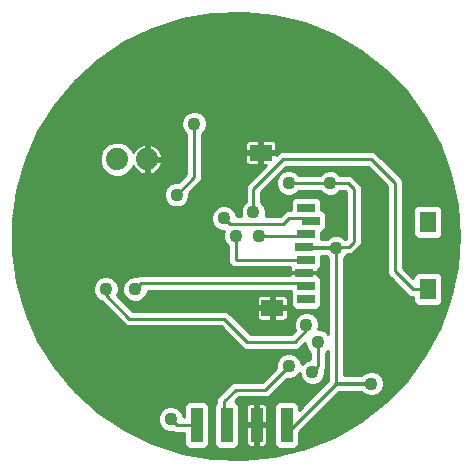
<source format=gbl>
G75*
G70*
%OFA0B0*%
%FSLAX24Y24*%
%IPPOS*%
%LPD*%
%AMOC8*
5,1,8,0,0,1.08239X$1,22.5*
%
%ADD10R,0.0551X0.0709*%
%ADD11R,0.0748X0.0551*%
%ADD12R,0.0591X0.0315*%
%ADD13R,0.0394X0.1181*%
%ADD14C,0.0740*%
%ADD15C,0.0436*%
%ADD16C,0.0100*%
%ADD17C,0.0120*%
D10*
X014235Y009479D03*
X014235Y011723D03*
D11*
X009057Y008849D03*
X008664Y014027D03*
D12*
X010180Y012192D03*
X010337Y011759D03*
X010180Y011326D03*
X010101Y010893D03*
X010180Y010460D03*
X010101Y010027D03*
X010180Y009594D03*
X010180Y009160D03*
D13*
X009530Y004948D03*
X008530Y004948D03*
X007530Y004948D03*
X006530Y004948D03*
D14*
X004880Y013806D03*
X003880Y013806D03*
D15*
X005471Y015381D03*
X006455Y014987D03*
X005865Y012625D03*
X007439Y011838D03*
X007833Y011247D03*
X008620Y011247D03*
X008424Y012034D03*
X009605Y013019D03*
X010983Y013019D03*
X011180Y012231D03*
X011180Y010853D03*
X012065Y010361D03*
X010195Y008294D03*
X010589Y007704D03*
X010392Y006719D03*
X009802Y006129D03*
X009605Y006916D03*
X008620Y007113D03*
X011376Y005342D03*
X012361Y006326D03*
X014526Y010656D03*
X010392Y017153D03*
X004683Y010656D03*
X004487Y009475D03*
X003502Y009475D03*
X001534Y008491D03*
X001337Y011050D03*
X001534Y013806D03*
X003502Y016562D03*
X003109Y005932D03*
X005668Y005145D03*
D16*
X005285Y004949D02*
X003885Y004949D01*
X004031Y004850D02*
X005357Y004850D01*
X005305Y004902D02*
X005425Y004782D01*
X005583Y004717D01*
X005743Y004717D01*
X005813Y004688D01*
X006123Y004688D01*
X006123Y004270D01*
X006246Y004147D01*
X006814Y004147D01*
X006937Y004270D01*
X006937Y005625D01*
X006814Y005748D01*
X006246Y005748D01*
X006123Y005625D01*
X006123Y005208D01*
X006096Y005208D01*
X006096Y005230D01*
X006031Y005387D01*
X005910Y005508D01*
X005753Y005573D01*
X005583Y005573D01*
X005425Y005508D01*
X005305Y005387D01*
X005240Y005230D01*
X005240Y005060D01*
X005305Y004902D01*
X005245Y005047D02*
X003739Y005047D01*
X003593Y005146D02*
X005240Y005146D01*
X005246Y005244D02*
X003447Y005244D01*
X003301Y005343D02*
X005286Y005343D01*
X005359Y005441D02*
X003178Y005441D01*
X003248Y005378D02*
X002476Y006074D01*
X001808Y006870D01*
X001257Y007751D01*
X000835Y008700D01*
X000548Y009699D01*
X000404Y010728D01*
X000404Y011767D01*
X000548Y012795D01*
X000835Y013794D01*
X001257Y014743D01*
X001808Y015625D01*
X002476Y016421D01*
X003248Y017116D01*
X004109Y017697D01*
X005043Y018152D01*
X006031Y018473D01*
X007055Y018654D01*
X008047Y018688D01*
X008110Y018688D01*
X009126Y018581D01*
X010134Y018330D01*
X011098Y017941D01*
X011998Y017421D01*
X012816Y016782D01*
X013538Y016034D01*
X014149Y015194D01*
X014637Y014276D01*
X014992Y013300D01*
X015208Y012284D01*
X015281Y011247D01*
X015208Y010211D01*
X014992Y009194D01*
X014637Y008218D01*
X014149Y007300D01*
X013538Y006460D01*
X012816Y005712D01*
X011998Y005073D01*
X011098Y004553D01*
X010134Y004164D01*
X009126Y003913D01*
X008093Y003804D01*
X007055Y003840D01*
X006031Y004021D01*
X005043Y004342D01*
X004109Y004797D01*
X003248Y005378D01*
X003069Y005540D02*
X005503Y005540D01*
X005832Y005540D02*
X006123Y005540D01*
X006123Y005441D02*
X005976Y005441D01*
X006049Y005343D02*
X006123Y005343D01*
X006123Y005244D02*
X006090Y005244D01*
X005865Y004948D02*
X006530Y004948D01*
X006455Y005023D01*
X006123Y004653D02*
X004404Y004653D01*
X004606Y004555D02*
X006123Y004555D01*
X006123Y004456D02*
X004808Y004456D01*
X005010Y004358D02*
X006123Y004358D01*
X006134Y004259D02*
X005297Y004259D01*
X005600Y004161D02*
X006232Y004161D01*
X006354Y003964D02*
X009332Y003964D01*
X009246Y004147D02*
X009814Y004147D01*
X009937Y004270D01*
X009937Y004715D01*
X011277Y006056D01*
X012025Y006056D01*
X012118Y005963D01*
X012275Y005898D01*
X012446Y005898D01*
X012603Y005963D01*
X012724Y006083D01*
X012789Y006241D01*
X012789Y006411D01*
X012724Y006568D01*
X012603Y006689D01*
X012446Y006754D01*
X012275Y006754D01*
X012118Y006689D01*
X012025Y006596D01*
X011440Y006596D01*
X011440Y010508D01*
X011542Y010611D01*
X011552Y010633D01*
X011664Y010633D01*
X011760Y010672D01*
X011917Y010830D01*
X011990Y010903D01*
X012030Y010998D01*
X012030Y012874D01*
X011990Y012969D01*
X011794Y013166D01*
X011721Y013239D01*
X011625Y013279D01*
X011328Y013279D01*
X011225Y013382D01*
X011068Y013447D01*
X010898Y013447D01*
X010740Y013382D01*
X010637Y013279D01*
X009950Y013279D01*
X009847Y013382D01*
X009690Y013447D01*
X009520Y013447D01*
X009362Y013382D01*
X009242Y013261D01*
X009177Y013104D01*
X009177Y012934D01*
X009242Y012776D01*
X009362Y012656D01*
X009520Y012591D01*
X009690Y012591D01*
X009847Y012656D01*
X009950Y012759D01*
X010637Y012759D01*
X010740Y012656D01*
X010898Y012591D01*
X011068Y012591D01*
X011225Y012656D01*
X011328Y012759D01*
X011466Y012759D01*
X011510Y012714D01*
X011510Y011158D01*
X011505Y011153D01*
X011486Y011153D01*
X011422Y011216D01*
X011265Y011281D01*
X011094Y011281D01*
X010937Y011216D01*
X010873Y011153D01*
X010685Y011153D01*
X010685Y011391D01*
X010719Y011391D01*
X010842Y011514D01*
X010842Y012003D01*
X010719Y012126D01*
X010685Y012126D01*
X010685Y012436D01*
X010562Y012559D01*
X009797Y012559D01*
X009674Y012436D01*
X009674Y012098D01*
X009553Y012098D01*
X009457Y012058D01*
X009384Y011985D01*
X009300Y011901D01*
X008832Y011901D01*
X008852Y011949D01*
X008852Y012120D01*
X008787Y012277D01*
X008684Y012380D01*
X008684Y012714D01*
X009516Y013546D01*
X012253Y013546D01*
X012888Y012911D01*
X012888Y010014D01*
X012928Y009919D01*
X013001Y009846D01*
X013587Y009259D01*
X013683Y009219D01*
X013749Y009219D01*
X013749Y009038D01*
X013872Y008915D01*
X014597Y008915D01*
X014720Y009038D01*
X014720Y009921D01*
X014597Y010044D01*
X013872Y010044D01*
X013749Y009921D01*
X013749Y009833D01*
X013408Y010174D01*
X013408Y013070D01*
X013368Y013166D01*
X012581Y013953D01*
X012508Y014027D01*
X012412Y014066D01*
X009356Y014066D01*
X009261Y014027D01*
X009188Y013954D01*
X009188Y013977D01*
X008714Y013977D01*
X008714Y014077D01*
X008614Y014077D01*
X008614Y014452D01*
X008270Y014452D01*
X008232Y014442D01*
X008198Y014422D01*
X008170Y014394D01*
X008150Y014360D01*
X008140Y014322D01*
X008140Y014077D01*
X008614Y014077D01*
X008614Y013977D01*
X008140Y013977D01*
X008140Y013731D01*
X008150Y013693D01*
X008170Y013659D01*
X008198Y013631D01*
X008232Y013611D01*
X008270Y013601D01*
X008614Y013601D01*
X008614Y013977D01*
X008714Y013977D01*
X008714Y013601D01*
X008835Y013601D01*
X008276Y013042D01*
X008203Y012969D01*
X008164Y012874D01*
X008164Y012380D01*
X008061Y012277D01*
X007996Y012120D01*
X007996Y011949D01*
X008016Y011901D01*
X007867Y011901D01*
X007867Y011923D01*
X007802Y012080D01*
X007682Y012201D01*
X007525Y012266D01*
X007354Y012266D01*
X007197Y012201D01*
X007076Y012080D01*
X007011Y011923D01*
X007011Y011752D01*
X007076Y011595D01*
X007197Y011475D01*
X007354Y011409D01*
X007437Y011409D01*
X007405Y011332D01*
X007405Y011162D01*
X007470Y011005D01*
X007573Y010902D01*
X007573Y010408D01*
X007613Y010312D01*
X007686Y010239D01*
X007781Y010200D01*
X009656Y010200D01*
X009656Y010055D01*
X010072Y010055D01*
X010072Y009998D01*
X009656Y009998D01*
X009656Y009932D01*
X004632Y009932D01*
X004562Y009904D01*
X004401Y009904D01*
X004244Y009838D01*
X004124Y009718D01*
X004059Y009561D01*
X004059Y009390D01*
X004124Y009233D01*
X004244Y009112D01*
X004401Y009047D01*
X004572Y009047D01*
X004729Y009112D01*
X004850Y009233D01*
X004915Y009390D01*
X004915Y009412D01*
X009674Y009412D01*
X009674Y008916D01*
X009797Y008793D01*
X010562Y008793D01*
X010685Y008916D01*
X010685Y009838D01*
X010562Y009961D01*
X010546Y009961D01*
X010546Y009998D01*
X010130Y009998D01*
X010130Y010055D01*
X010546Y010055D01*
X010546Y010092D01*
X010562Y010092D01*
X010685Y010215D01*
X010685Y010593D01*
X010834Y010593D01*
X010920Y010508D01*
X010920Y007979D01*
X010831Y008067D01*
X010674Y008132D01*
X010591Y008132D01*
X010623Y008209D01*
X010623Y008379D01*
X010558Y008537D01*
X010438Y008657D01*
X010280Y008722D01*
X010110Y008722D01*
X009953Y008657D01*
X009832Y008537D01*
X009767Y008379D01*
X009767Y008209D01*
X009818Y008087D01*
X009694Y007964D01*
X008334Y007964D01*
X007587Y008712D01*
X007491Y008751D01*
X004397Y008751D01*
X003880Y009269D01*
X003930Y009390D01*
X003930Y009561D01*
X003865Y009718D01*
X003745Y009838D01*
X003588Y009904D01*
X003417Y009904D01*
X003260Y009838D01*
X003139Y009718D01*
X003074Y009561D01*
X003074Y009390D01*
X003139Y009233D01*
X003260Y009112D01*
X003330Y009084D01*
X004069Y008344D01*
X004142Y008271D01*
X004238Y008231D01*
X007332Y008231D01*
X008079Y007483D01*
X008175Y007444D01*
X009853Y007444D01*
X009949Y007483D01*
X010022Y007556D01*
X010022Y007556D01*
X010161Y007695D01*
X010161Y007619D01*
X010226Y007461D01*
X010329Y007358D01*
X010329Y007148D01*
X010307Y007148D01*
X010150Y007082D01*
X010033Y006966D01*
X010033Y007001D01*
X009968Y007159D01*
X009847Y007279D01*
X009690Y007344D01*
X009520Y007344D01*
X009362Y007279D01*
X009242Y007159D01*
X009177Y007001D01*
X009177Y006856D01*
X008710Y006389D01*
X007781Y006389D01*
X007686Y006349D01*
X007292Y005956D01*
X007219Y005883D01*
X007179Y005787D01*
X007179Y005682D01*
X007123Y005625D01*
X007123Y004270D01*
X007246Y004147D01*
X007814Y004147D01*
X007937Y004270D01*
X007937Y005625D01*
X007817Y005745D01*
X007941Y005869D01*
X008869Y005869D01*
X008965Y005909D01*
X009038Y005982D01*
X009544Y006488D01*
X009690Y006488D01*
X009847Y006553D01*
X009964Y006670D01*
X009964Y006634D01*
X010029Y006477D01*
X010150Y006357D01*
X010307Y006291D01*
X010477Y006291D01*
X010635Y006357D01*
X010755Y006477D01*
X010820Y006634D01*
X010820Y006795D01*
X010849Y006865D01*
X010849Y007358D01*
X010920Y007429D01*
X010920Y006433D01*
X009937Y005451D01*
X009937Y005625D01*
X009814Y005748D01*
X009246Y005748D01*
X009123Y005625D01*
X009123Y004270D01*
X009246Y004147D01*
X009232Y004161D02*
X007827Y004161D01*
X007926Y004259D02*
X008219Y004259D01*
X008213Y004265D02*
X008241Y004237D01*
X008275Y004218D01*
X008313Y004207D01*
X008481Y004207D01*
X008481Y004899D01*
X008578Y004899D01*
X008578Y004207D01*
X008747Y004207D01*
X008785Y004218D01*
X008819Y004237D01*
X008847Y004265D01*
X008867Y004299D01*
X008877Y004338D01*
X008877Y004899D01*
X008578Y004899D01*
X008578Y004996D01*
X008481Y004996D01*
X008481Y004899D01*
X008183Y004899D01*
X008183Y004338D01*
X008193Y004299D01*
X008213Y004265D01*
X008183Y004358D02*
X007937Y004358D01*
X007937Y004456D02*
X008183Y004456D01*
X008183Y004555D02*
X007937Y004555D01*
X007937Y004653D02*
X008183Y004653D01*
X008183Y004752D02*
X007937Y004752D01*
X007937Y004850D02*
X008183Y004850D01*
X008183Y004996D02*
X008183Y005558D01*
X008193Y005596D01*
X008213Y005630D01*
X008241Y005658D01*
X008275Y005678D01*
X008313Y005688D01*
X008481Y005688D01*
X008481Y004996D01*
X008183Y004996D01*
X008183Y005047D02*
X007937Y005047D01*
X007937Y004949D02*
X008481Y004949D01*
X008578Y004949D02*
X009123Y004949D01*
X009123Y005047D02*
X008877Y005047D01*
X008877Y004996D02*
X008877Y005558D01*
X008867Y005596D01*
X008847Y005630D01*
X008819Y005658D01*
X008785Y005678D01*
X008747Y005688D01*
X008578Y005688D01*
X008578Y004996D01*
X008877Y004996D01*
X008877Y004850D02*
X009123Y004850D01*
X009123Y004752D02*
X008877Y004752D01*
X008877Y004653D02*
X009123Y004653D01*
X009123Y004555D02*
X008877Y004555D01*
X008877Y004456D02*
X009123Y004456D01*
X009123Y004358D02*
X008877Y004358D01*
X008841Y004259D02*
X009134Y004259D01*
X008676Y003865D02*
X006913Y003865D01*
X006827Y004161D02*
X007232Y004161D01*
X007134Y004259D02*
X006926Y004259D01*
X006937Y004358D02*
X007123Y004358D01*
X007123Y004456D02*
X006937Y004456D01*
X006937Y004555D02*
X007123Y004555D01*
X007123Y004653D02*
X006937Y004653D01*
X006937Y004752D02*
X007123Y004752D01*
X007123Y004850D02*
X006937Y004850D01*
X006937Y004949D02*
X007123Y004949D01*
X007123Y005047D02*
X006937Y005047D01*
X006937Y005146D02*
X007123Y005146D01*
X007123Y005244D02*
X006937Y005244D01*
X006937Y005343D02*
X007123Y005343D01*
X007123Y005441D02*
X006937Y005441D01*
X006937Y005540D02*
X007123Y005540D01*
X007136Y005638D02*
X006924Y005638D01*
X006825Y005737D02*
X007179Y005737D01*
X007199Y005835D02*
X002740Y005835D01*
X002631Y005934D02*
X007270Y005934D01*
X007369Y006032D02*
X002522Y006032D01*
X002428Y006131D02*
X007467Y006131D01*
X007566Y006229D02*
X002345Y006229D01*
X002262Y006328D02*
X007664Y006328D01*
X007833Y006129D02*
X007439Y005735D01*
X007439Y005038D01*
X007530Y004948D01*
X007937Y005146D02*
X008183Y005146D01*
X008183Y005244D02*
X007937Y005244D01*
X007937Y005343D02*
X008183Y005343D01*
X008183Y005441D02*
X007937Y005441D01*
X007937Y005540D02*
X008183Y005540D01*
X008221Y005638D02*
X007924Y005638D01*
X007825Y005737D02*
X009235Y005737D01*
X009136Y005638D02*
X008839Y005638D01*
X008877Y005540D02*
X009123Y005540D01*
X009123Y005441D02*
X008877Y005441D01*
X008877Y005343D02*
X009123Y005343D01*
X009123Y005244D02*
X008877Y005244D01*
X008877Y005146D02*
X009123Y005146D01*
X009530Y004948D02*
X009605Y004751D01*
X011180Y006326D01*
X011180Y010853D01*
X010140Y010853D01*
X010101Y010893D01*
X011613Y010893D01*
X011770Y011050D01*
X011770Y012822D01*
X011573Y013019D01*
X010983Y013019D01*
X009605Y013019D01*
X009907Y013321D02*
X010680Y013321D01*
X010833Y013420D02*
X009755Y013420D01*
X009488Y013518D02*
X012281Y013518D01*
X012379Y013420D02*
X011133Y013420D01*
X011285Y013321D02*
X012478Y013321D01*
X012576Y013223D02*
X011737Y013223D01*
X011835Y013124D02*
X012675Y013124D01*
X012773Y013026D02*
X011934Y013026D01*
X012008Y012927D02*
X012872Y012927D01*
X012888Y012829D02*
X012030Y012829D01*
X012030Y012730D02*
X012888Y012730D01*
X012888Y012632D02*
X012030Y012632D01*
X012030Y012533D02*
X012888Y012533D01*
X012888Y012435D02*
X012030Y012435D01*
X012030Y012336D02*
X012888Y012336D01*
X012888Y012238D02*
X012030Y012238D01*
X012030Y012139D02*
X012888Y012139D01*
X012888Y012041D02*
X012030Y012041D01*
X012030Y011942D02*
X012888Y011942D01*
X012888Y011844D02*
X012030Y011844D01*
X012030Y011745D02*
X012888Y011745D01*
X012888Y011647D02*
X012030Y011647D01*
X012030Y011548D02*
X012888Y011548D01*
X012888Y011450D02*
X012030Y011450D01*
X012030Y011351D02*
X012888Y011351D01*
X012888Y011253D02*
X012030Y011253D01*
X012030Y011154D02*
X012888Y011154D01*
X012888Y011056D02*
X012030Y011056D01*
X012013Y010957D02*
X012888Y010957D01*
X012888Y010859D02*
X011946Y010859D01*
X011848Y010760D02*
X012888Y010760D01*
X012888Y010662D02*
X011735Y010662D01*
X011495Y010563D02*
X012888Y010563D01*
X012888Y010465D02*
X011440Y010465D01*
X011440Y010366D02*
X012888Y010366D01*
X012888Y010268D02*
X011440Y010268D01*
X011440Y010169D02*
X012888Y010169D01*
X012888Y010071D02*
X011440Y010071D01*
X011440Y009972D02*
X012905Y009972D01*
X012972Y009874D02*
X011440Y009874D01*
X011440Y009775D02*
X013071Y009775D01*
X013169Y009677D02*
X011440Y009677D01*
X011440Y009578D02*
X013268Y009578D01*
X013366Y009480D02*
X011440Y009480D01*
X011440Y009381D02*
X013465Y009381D01*
X013563Y009283D02*
X011440Y009283D01*
X011440Y009184D02*
X013749Y009184D01*
X013749Y009086D02*
X011440Y009086D01*
X011440Y008987D02*
X013800Y008987D01*
X013735Y009479D02*
X013148Y010066D01*
X013148Y013019D01*
X012361Y013806D01*
X009408Y013806D01*
X008424Y012822D01*
X008424Y012034D01*
X008727Y012336D02*
X009674Y012336D01*
X009674Y012238D02*
X008803Y012238D01*
X008844Y012139D02*
X009674Y012139D01*
X009440Y012041D02*
X008852Y012041D01*
X008849Y011942D02*
X009342Y011942D01*
X009605Y011838D02*
X009408Y011641D01*
X007636Y011641D01*
X007439Y011838D01*
X007136Y012139D02*
X000456Y012139D01*
X000442Y012041D02*
X007060Y012041D01*
X007019Y011942D02*
X000428Y011942D01*
X000415Y011844D02*
X007011Y011844D01*
X007014Y011745D02*
X000404Y011745D01*
X000404Y011647D02*
X007055Y011647D01*
X007123Y011548D02*
X000404Y011548D01*
X000404Y011450D02*
X007257Y011450D01*
X007413Y011351D02*
X000404Y011351D01*
X000404Y011253D02*
X007405Y011253D01*
X007408Y011154D02*
X000404Y011154D01*
X000404Y011056D02*
X007449Y011056D01*
X007517Y010957D02*
X000404Y010957D01*
X000404Y010859D02*
X007573Y010859D01*
X007573Y010760D02*
X000404Y010760D01*
X000413Y010662D02*
X007573Y010662D01*
X007573Y010563D02*
X000427Y010563D01*
X000441Y010465D02*
X007573Y010465D01*
X007590Y010366D02*
X000454Y010366D01*
X000468Y010268D02*
X007657Y010268D01*
X007833Y010460D02*
X010180Y010460D01*
X010546Y010071D02*
X010920Y010071D01*
X010920Y010169D02*
X010639Y010169D01*
X010685Y010268D02*
X010920Y010268D01*
X010920Y010366D02*
X010685Y010366D01*
X010685Y010465D02*
X010920Y010465D01*
X010864Y010563D02*
X010685Y010563D01*
X010685Y011154D02*
X010875Y011154D01*
X011025Y011253D02*
X010685Y011253D01*
X010685Y011351D02*
X011510Y011351D01*
X011510Y011253D02*
X011334Y011253D01*
X011484Y011154D02*
X011507Y011154D01*
X011510Y011450D02*
X010778Y011450D01*
X010842Y011548D02*
X011510Y011548D01*
X011510Y011647D02*
X010842Y011647D01*
X010842Y011745D02*
X011510Y011745D01*
X011510Y011844D02*
X010842Y011844D01*
X010842Y011942D02*
X011510Y011942D01*
X011510Y012041D02*
X010805Y012041D01*
X010685Y012139D02*
X011510Y012139D01*
X011510Y012238D02*
X010685Y012238D01*
X010685Y012336D02*
X011510Y012336D01*
X011510Y012435D02*
X010685Y012435D01*
X010588Y012533D02*
X011510Y012533D01*
X011510Y012632D02*
X011168Y012632D01*
X011300Y012730D02*
X011494Y012730D01*
X010798Y012632D02*
X009790Y012632D01*
X009771Y012533D02*
X008684Y012533D01*
X008684Y012435D02*
X009674Y012435D01*
X009420Y012632D02*
X008684Y012632D01*
X008700Y012730D02*
X009288Y012730D01*
X009220Y012829D02*
X008798Y012829D01*
X008897Y012927D02*
X009179Y012927D01*
X009177Y013026D02*
X008995Y013026D01*
X009094Y013124D02*
X009185Y013124D01*
X009192Y013223D02*
X009226Y013223D01*
X009291Y013321D02*
X009302Y013321D01*
X009389Y013420D02*
X009455Y013420D01*
X009245Y014011D02*
X008714Y014011D01*
X008714Y014077D02*
X009188Y014077D01*
X009188Y014322D01*
X009178Y014360D01*
X009158Y014394D01*
X009130Y014422D01*
X009096Y014442D01*
X009058Y014452D01*
X008714Y014452D01*
X008714Y014077D01*
X008714Y014109D02*
X008614Y014109D01*
X008614Y014011D02*
X006715Y014011D01*
X006715Y014109D02*
X008140Y014109D01*
X008140Y014208D02*
X006715Y014208D01*
X006715Y014306D02*
X008140Y014306D01*
X008180Y014405D02*
X006715Y014405D01*
X006715Y014503D02*
X014516Y014503D01*
X014568Y014405D02*
X009147Y014405D01*
X009188Y014306D02*
X014621Y014306D01*
X014662Y014208D02*
X009188Y014208D01*
X009188Y014109D02*
X014697Y014109D01*
X014733Y014011D02*
X012524Y014011D01*
X012622Y013912D02*
X014769Y013912D01*
X014805Y013814D02*
X012721Y013814D01*
X012819Y013715D02*
X014841Y013715D01*
X014877Y013617D02*
X012918Y013617D01*
X013016Y013518D02*
X014913Y013518D01*
X014948Y013420D02*
X013115Y013420D01*
X013213Y013321D02*
X014984Y013321D01*
X015008Y013223D02*
X013312Y013223D01*
X013386Y013124D02*
X015029Y013124D01*
X015050Y013026D02*
X013408Y013026D01*
X013408Y012927D02*
X015071Y012927D01*
X015092Y012829D02*
X013408Y012829D01*
X013408Y012730D02*
X015113Y012730D01*
X015134Y012632D02*
X013408Y012632D01*
X013408Y012533D02*
X015155Y012533D01*
X015176Y012435D02*
X013408Y012435D01*
X013408Y012336D02*
X015197Y012336D01*
X015211Y012238D02*
X014647Y012238D01*
X014597Y012288D02*
X013872Y012288D01*
X013749Y012165D01*
X013749Y011282D01*
X013872Y011159D01*
X014597Y011159D01*
X014720Y011282D01*
X014720Y012165D01*
X014597Y012288D01*
X014720Y012139D02*
X015218Y012139D01*
X015225Y012041D02*
X014720Y012041D01*
X014720Y011942D02*
X015232Y011942D01*
X015239Y011844D02*
X014720Y011844D01*
X014720Y011745D02*
X015246Y011745D01*
X015253Y011647D02*
X014720Y011647D01*
X014720Y011548D02*
X015259Y011548D01*
X015266Y011450D02*
X014720Y011450D01*
X014720Y011351D02*
X015273Y011351D01*
X015280Y011253D02*
X014691Y011253D01*
X015274Y011154D02*
X013408Y011154D01*
X013408Y011056D02*
X015267Y011056D01*
X015260Y010957D02*
X013408Y010957D01*
X013408Y010859D02*
X015253Y010859D01*
X015247Y010760D02*
X013408Y010760D01*
X013408Y010662D02*
X015240Y010662D01*
X015233Y010563D02*
X013408Y010563D01*
X013408Y010465D02*
X015226Y010465D01*
X015219Y010366D02*
X013408Y010366D01*
X013408Y010268D02*
X015212Y010268D01*
X015199Y010169D02*
X013412Y010169D01*
X013511Y010071D02*
X015178Y010071D01*
X015157Y009972D02*
X014668Y009972D01*
X014720Y009874D02*
X015137Y009874D01*
X015116Y009775D02*
X014720Y009775D01*
X014720Y009677D02*
X015095Y009677D01*
X015074Y009578D02*
X014720Y009578D01*
X014720Y009480D02*
X015053Y009480D01*
X015032Y009381D02*
X014720Y009381D01*
X014720Y009283D02*
X015011Y009283D01*
X014988Y009184D02*
X014720Y009184D01*
X014720Y009086D02*
X014953Y009086D01*
X014917Y008987D02*
X014670Y008987D01*
X014845Y008790D02*
X011440Y008790D01*
X011440Y008692D02*
X014809Y008692D01*
X014773Y008593D02*
X011440Y008593D01*
X011440Y008495D02*
X014738Y008495D01*
X014702Y008396D02*
X011440Y008396D01*
X011440Y008298D02*
X014666Y008298D01*
X014627Y008199D02*
X011440Y008199D01*
X011440Y008101D02*
X014574Y008101D01*
X014522Y008002D02*
X011440Y008002D01*
X011440Y007904D02*
X014470Y007904D01*
X014417Y007805D02*
X011440Y007805D01*
X011440Y007707D02*
X014365Y007707D01*
X014313Y007608D02*
X011440Y007608D01*
X011440Y007510D02*
X014260Y007510D01*
X014208Y007411D02*
X011440Y007411D01*
X011440Y007313D02*
X014155Y007313D01*
X014086Y007214D02*
X011440Y007214D01*
X011440Y007116D02*
X014015Y007116D01*
X013943Y007017D02*
X011440Y007017D01*
X011440Y006919D02*
X013872Y006919D01*
X013800Y006820D02*
X011440Y006820D01*
X011440Y006722D02*
X012198Y006722D01*
X012053Y006623D02*
X011440Y006623D01*
X011254Y006032D02*
X012049Y006032D01*
X012188Y005934D02*
X011155Y005934D01*
X011057Y005835D02*
X012935Y005835D01*
X012840Y005737D02*
X010958Y005737D01*
X010860Y005638D02*
X012722Y005638D01*
X012595Y005540D02*
X010761Y005540D01*
X010663Y005441D02*
X012469Y005441D01*
X012343Y005343D02*
X010564Y005343D01*
X010466Y005244D02*
X012217Y005244D01*
X012091Y005146D02*
X010367Y005146D01*
X010269Y005047D02*
X011954Y005047D01*
X011783Y004949D02*
X010170Y004949D01*
X010072Y004850D02*
X011612Y004850D01*
X011442Y004752D02*
X009973Y004752D01*
X009937Y004653D02*
X011271Y004653D01*
X011101Y004555D02*
X009937Y004555D01*
X009937Y004456D02*
X010858Y004456D01*
X010614Y004358D02*
X009937Y004358D01*
X009926Y004259D02*
X010370Y004259D01*
X010122Y004161D02*
X009827Y004161D01*
X009727Y004062D02*
X005903Y004062D01*
X005497Y004752D02*
X004203Y004752D01*
X002959Y005638D02*
X006136Y005638D01*
X006235Y005737D02*
X002850Y005737D01*
X002180Y006426D02*
X008747Y006426D01*
X008846Y006525D02*
X002097Y006525D01*
X002014Y006623D02*
X008944Y006623D01*
X009043Y006722D02*
X001932Y006722D01*
X001849Y006820D02*
X009141Y006820D01*
X009177Y006919D02*
X001777Y006919D01*
X001716Y007017D02*
X009183Y007017D01*
X009224Y007116D02*
X001654Y007116D01*
X001592Y007214D02*
X009297Y007214D01*
X009443Y007313D02*
X001531Y007313D01*
X001469Y007411D02*
X010276Y007411D01*
X010329Y007313D02*
X009766Y007313D01*
X009912Y007214D02*
X010329Y007214D01*
X010230Y007116D02*
X009985Y007116D01*
X010026Y007017D02*
X010085Y007017D01*
X009969Y006623D02*
X009917Y006623D01*
X010009Y006525D02*
X009778Y006525D01*
X009482Y006426D02*
X010080Y006426D01*
X010219Y006328D02*
X009384Y006328D01*
X009285Y006229D02*
X010715Y006229D01*
X010617Y006131D02*
X009187Y006131D01*
X009088Y006032D02*
X010518Y006032D01*
X010420Y005934D02*
X008990Y005934D01*
X008817Y006129D02*
X007833Y006129D01*
X007907Y005835D02*
X010321Y005835D01*
X010223Y005737D02*
X009825Y005737D01*
X009924Y005638D02*
X010124Y005638D01*
X010026Y005540D02*
X009937Y005540D01*
X010565Y006328D02*
X010814Y006328D01*
X010912Y006426D02*
X010704Y006426D01*
X010775Y006525D02*
X010920Y006525D01*
X010920Y006623D02*
X010816Y006623D01*
X010820Y006722D02*
X010920Y006722D01*
X010920Y006820D02*
X010831Y006820D01*
X010849Y006919D02*
X010920Y006919D01*
X010920Y007017D02*
X010849Y007017D01*
X010849Y007116D02*
X010920Y007116D01*
X010920Y007214D02*
X010849Y007214D01*
X010849Y007313D02*
X010920Y007313D01*
X010920Y007411D02*
X010902Y007411D01*
X010589Y007704D02*
X010589Y006916D01*
X010392Y006719D01*
X010206Y007510D02*
X009975Y007510D01*
X010074Y007608D02*
X010165Y007608D01*
X009802Y007704D02*
X008227Y007704D01*
X007439Y008491D01*
X004290Y008491D01*
X003502Y009279D01*
X003502Y009475D01*
X003324Y009086D02*
X000724Y009086D01*
X000696Y009184D02*
X003188Y009184D01*
X003119Y009283D02*
X000668Y009283D01*
X000639Y009381D02*
X003078Y009381D01*
X003074Y009480D02*
X000611Y009480D01*
X000583Y009578D02*
X003082Y009578D01*
X003122Y009677D02*
X000555Y009677D01*
X000538Y009775D02*
X003197Y009775D01*
X003346Y009874D02*
X000524Y009874D01*
X000510Y009972D02*
X009656Y009972D01*
X009656Y010071D02*
X000496Y010071D01*
X000482Y010169D02*
X009656Y010169D01*
X010101Y009672D02*
X010180Y009594D01*
X010101Y009672D02*
X004683Y009672D01*
X004487Y009475D01*
X004801Y009184D02*
X008545Y009184D01*
X008544Y009183D02*
X008533Y009145D01*
X008533Y008899D01*
X009007Y008899D01*
X009007Y008799D01*
X008533Y008799D01*
X008533Y008554D01*
X008544Y008516D01*
X008563Y008482D01*
X008591Y008454D01*
X008626Y008434D01*
X008664Y008424D01*
X009007Y008424D01*
X009007Y008799D01*
X009107Y008799D01*
X009107Y008424D01*
X009451Y008424D01*
X009489Y008434D01*
X009524Y008454D01*
X009552Y008482D01*
X009571Y008516D01*
X009581Y008554D01*
X009581Y008799D01*
X009107Y008799D01*
X009107Y008899D01*
X009007Y008899D01*
X009007Y009275D01*
X008664Y009275D01*
X008626Y009265D01*
X008591Y009245D01*
X008563Y009217D01*
X008544Y009183D01*
X008533Y009086D02*
X004665Y009086D01*
X004870Y009283D02*
X009674Y009283D01*
X009674Y009381D02*
X004911Y009381D01*
X004308Y009086D02*
X004063Y009086D01*
X004161Y008987D02*
X008533Y008987D01*
X008533Y008790D02*
X004358Y008790D01*
X004260Y008889D02*
X009007Y008889D01*
X009007Y008987D02*
X009107Y008987D01*
X009107Y008899D02*
X009107Y009275D01*
X009451Y009275D01*
X009489Y009265D01*
X009524Y009245D01*
X009552Y009217D01*
X009571Y009183D01*
X009581Y009145D01*
X009581Y008899D01*
X009107Y008899D01*
X009107Y008889D02*
X009701Y008889D01*
X009674Y008987D02*
X009581Y008987D01*
X009581Y009086D02*
X009674Y009086D01*
X009674Y009184D02*
X009570Y009184D01*
X009581Y008790D02*
X010920Y008790D01*
X010920Y008692D02*
X010354Y008692D01*
X010502Y008593D02*
X010920Y008593D01*
X010920Y008495D02*
X010576Y008495D01*
X010616Y008396D02*
X010920Y008396D01*
X010920Y008298D02*
X010623Y008298D01*
X010619Y008199D02*
X010920Y008199D01*
X010920Y008101D02*
X010749Y008101D01*
X010896Y008002D02*
X010920Y008002D01*
X010195Y008097D02*
X009802Y007704D01*
X009733Y008002D02*
X008296Y008002D01*
X008197Y008101D02*
X009812Y008101D01*
X009771Y008199D02*
X008099Y008199D01*
X008000Y008298D02*
X009767Y008298D01*
X009774Y008396D02*
X007902Y008396D01*
X007803Y008495D02*
X008556Y008495D01*
X008533Y008593D02*
X007705Y008593D01*
X007606Y008692D02*
X008533Y008692D01*
X009007Y008692D02*
X009107Y008692D01*
X009107Y008790D02*
X009007Y008790D01*
X009007Y008593D02*
X009107Y008593D01*
X009107Y008495D02*
X009007Y008495D01*
X009007Y009086D02*
X009107Y009086D01*
X009107Y009184D02*
X009007Y009184D01*
X009581Y008692D02*
X010036Y008692D01*
X009889Y008593D02*
X009581Y008593D01*
X009559Y008495D02*
X009815Y008495D01*
X010195Y008294D02*
X010195Y008097D01*
X010658Y008889D02*
X010920Y008889D01*
X010920Y008987D02*
X010685Y008987D01*
X010685Y009086D02*
X010920Y009086D01*
X010920Y009184D02*
X010685Y009184D01*
X010685Y009283D02*
X010920Y009283D01*
X010920Y009381D02*
X010685Y009381D01*
X010685Y009480D02*
X010920Y009480D01*
X010920Y009578D02*
X010685Y009578D01*
X010685Y009677D02*
X010920Y009677D01*
X010920Y009775D02*
X010685Y009775D01*
X010649Y009874D02*
X010920Y009874D01*
X010920Y009972D02*
X010546Y009972D01*
X010101Y011247D02*
X010180Y011326D01*
X010101Y011247D02*
X008620Y011247D01*
X007998Y011942D02*
X007859Y011942D01*
X007819Y012041D02*
X007996Y012041D01*
X008004Y012139D02*
X007743Y012139D01*
X007592Y012238D02*
X008045Y012238D01*
X008120Y012336D02*
X006181Y012336D01*
X006228Y012382D02*
X006293Y012540D01*
X006293Y012685D01*
X006676Y013068D01*
X006715Y013164D01*
X006715Y014642D01*
X006818Y014745D01*
X006883Y014902D01*
X006883Y015072D01*
X006818Y015230D01*
X006698Y015350D01*
X006540Y015415D01*
X006370Y015415D01*
X006213Y015350D01*
X006092Y015230D01*
X006027Y015072D01*
X006027Y014902D01*
X006092Y014745D01*
X006195Y014642D01*
X006195Y013323D01*
X005925Y013053D01*
X005779Y013053D01*
X005622Y012988D01*
X005502Y012868D01*
X005436Y012710D01*
X005436Y012540D01*
X005502Y012382D01*
X005622Y012262D01*
X005779Y012197D01*
X005950Y012197D01*
X006107Y012262D01*
X006228Y012382D01*
X006249Y012435D02*
X008164Y012435D01*
X008164Y012533D02*
X006290Y012533D01*
X006293Y012632D02*
X008164Y012632D01*
X008164Y012730D02*
X006338Y012730D01*
X006436Y012829D02*
X008164Y012829D01*
X008186Y012927D02*
X006535Y012927D01*
X006633Y013026D02*
X008260Y013026D01*
X008358Y013124D02*
X006699Y013124D01*
X006715Y013223D02*
X008457Y013223D01*
X008555Y013321D02*
X006715Y013321D01*
X006715Y013420D02*
X008654Y013420D01*
X008752Y013518D02*
X006715Y013518D01*
X006715Y013617D02*
X008222Y013617D01*
X008144Y013715D02*
X006715Y013715D01*
X006715Y013814D02*
X008140Y013814D01*
X008140Y013912D02*
X006715Y013912D01*
X006195Y013912D02*
X005390Y013912D01*
X005388Y013928D02*
X005399Y013856D01*
X004930Y013856D01*
X004830Y013856D01*
X004830Y014325D01*
X004759Y014313D01*
X004681Y014288D01*
X004608Y014251D01*
X004542Y014203D01*
X004484Y014145D01*
X004436Y014079D01*
X004413Y014035D01*
X004372Y014135D01*
X004209Y014298D01*
X003996Y014386D01*
X003765Y014386D01*
X003552Y014298D01*
X003389Y014135D01*
X003300Y013921D01*
X003300Y013691D01*
X003389Y013478D01*
X003552Y013314D01*
X003765Y013226D01*
X003996Y013226D01*
X004209Y013314D01*
X004372Y013478D01*
X004413Y013577D01*
X004436Y013534D01*
X004484Y013467D01*
X004542Y013409D01*
X004608Y013361D01*
X004681Y013324D01*
X004759Y013299D01*
X004830Y013288D01*
X004830Y013756D01*
X004930Y013756D01*
X004930Y013288D01*
X005002Y013299D01*
X005080Y013324D01*
X005153Y013361D01*
X005219Y013409D01*
X005277Y013467D01*
X005325Y013534D01*
X005362Y013606D01*
X005388Y013684D01*
X005399Y013756D01*
X004930Y013756D01*
X004930Y013856D01*
X004930Y014325D01*
X005002Y014313D01*
X005080Y014288D01*
X005153Y014251D01*
X005219Y014203D01*
X005277Y014145D01*
X005325Y014079D01*
X005362Y014006D01*
X005388Y013928D01*
X005360Y014011D02*
X006195Y014011D01*
X006195Y014109D02*
X005303Y014109D01*
X005212Y014208D02*
X006195Y014208D01*
X006195Y014306D02*
X005023Y014306D01*
X004930Y014306D02*
X004830Y014306D01*
X004737Y014306D02*
X004188Y014306D01*
X004299Y014208D02*
X004549Y014208D01*
X004458Y014109D02*
X004382Y014109D01*
X004830Y014109D02*
X004930Y014109D01*
X004930Y014011D02*
X004830Y014011D01*
X004830Y013912D02*
X004930Y013912D01*
X004930Y013814D02*
X006195Y013814D01*
X006195Y013715D02*
X005392Y013715D01*
X005366Y013617D02*
X006195Y013617D01*
X006195Y013518D02*
X005314Y013518D01*
X005230Y013420D02*
X006195Y013420D01*
X006193Y013321D02*
X005071Y013321D01*
X004930Y013321D02*
X004830Y013321D01*
X004830Y013420D02*
X004930Y013420D01*
X004930Y013518D02*
X004830Y013518D01*
X004830Y013617D02*
X004930Y013617D01*
X004930Y013715D02*
X004830Y013715D01*
X004689Y013321D02*
X004216Y013321D01*
X004314Y013420D02*
X004531Y013420D01*
X004447Y013518D02*
X004389Y013518D01*
X004830Y014208D02*
X004930Y014208D01*
X005714Y013026D02*
X000614Y013026D01*
X000586Y012927D02*
X005562Y012927D01*
X005486Y012829D02*
X000558Y012829D01*
X000539Y012730D02*
X005445Y012730D01*
X005436Y012632D02*
X000525Y012632D01*
X000512Y012533D02*
X005439Y012533D01*
X005480Y012435D02*
X000498Y012435D01*
X000484Y012336D02*
X005548Y012336D01*
X005680Y012238D02*
X000470Y012238D01*
X000643Y013124D02*
X005996Y013124D01*
X006095Y013223D02*
X000671Y013223D01*
X000699Y013321D02*
X003545Y013321D01*
X003446Y013420D02*
X000727Y013420D01*
X000756Y013518D02*
X003372Y013518D01*
X003331Y013617D02*
X000784Y013617D01*
X000812Y013715D02*
X003300Y013715D01*
X003300Y013814D02*
X000843Y013814D01*
X000887Y013912D02*
X003300Y013912D01*
X003337Y014011D02*
X000931Y014011D01*
X000975Y014109D02*
X003378Y014109D01*
X003462Y014208D02*
X001019Y014208D01*
X001063Y014306D02*
X003573Y014306D01*
X002107Y015981D02*
X013577Y015981D01*
X013648Y015882D02*
X002024Y015882D01*
X001942Y015784D02*
X013720Y015784D01*
X013792Y015685D02*
X001859Y015685D01*
X001784Y015587D02*
X013863Y015587D01*
X013935Y015488D02*
X001723Y015488D01*
X001661Y015390D02*
X006309Y015390D01*
X006154Y015291D02*
X001600Y015291D01*
X001538Y015193D02*
X006077Y015193D01*
X006036Y015094D02*
X001477Y015094D01*
X001415Y014996D02*
X006027Y014996D01*
X006029Y014897D02*
X001354Y014897D01*
X001292Y014799D02*
X006070Y014799D01*
X006136Y014700D02*
X001238Y014700D01*
X001194Y014602D02*
X006195Y014602D01*
X006195Y014503D02*
X001150Y014503D01*
X001107Y014405D02*
X006195Y014405D01*
X006715Y014602D02*
X014464Y014602D01*
X014411Y014700D02*
X006774Y014700D01*
X006841Y014799D02*
X014359Y014799D01*
X014306Y014897D02*
X006881Y014897D01*
X006883Y014996D02*
X014254Y014996D01*
X014202Y015094D02*
X006874Y015094D01*
X006833Y015193D02*
X014149Y015193D01*
X014078Y015291D02*
X006756Y015291D01*
X006602Y015390D02*
X014006Y015390D01*
X013495Y016079D02*
X002190Y016079D01*
X002272Y016178D02*
X013399Y016178D01*
X013304Y016276D02*
X002355Y016276D01*
X002438Y016375D02*
X013209Y016375D01*
X013114Y016473D02*
X002535Y016473D01*
X002644Y016572D02*
X013019Y016572D01*
X012924Y016670D02*
X002753Y016670D01*
X002863Y016769D02*
X012829Y016769D01*
X012707Y016867D02*
X002972Y016867D01*
X003082Y016966D02*
X012580Y016966D01*
X012454Y017064D02*
X003191Y017064D01*
X003318Y017163D02*
X012328Y017163D01*
X012202Y017261D02*
X003464Y017261D01*
X003610Y017360D02*
X012076Y017360D01*
X011933Y017458D02*
X003756Y017458D01*
X003902Y017557D02*
X011763Y017557D01*
X011592Y017655D02*
X004048Y017655D01*
X004227Y017754D02*
X011422Y017754D01*
X011251Y017852D02*
X004428Y017852D01*
X004630Y017951D02*
X011073Y017951D01*
X010829Y018049D02*
X004832Y018049D01*
X005034Y018148D02*
X010585Y018148D01*
X010341Y018246D02*
X005333Y018246D01*
X005636Y018345D02*
X010075Y018345D01*
X009680Y018443D02*
X005939Y018443D01*
X006420Y018542D02*
X009285Y018542D01*
X008565Y018640D02*
X006979Y018640D01*
X007055Y018654D02*
X007055Y018654D01*
X006455Y014987D02*
X006455Y013216D01*
X005865Y012625D01*
X006049Y012238D02*
X007287Y012238D01*
X007833Y011247D02*
X007833Y010460D01*
X009605Y011838D02*
X010258Y011838D01*
X010337Y011759D01*
X010666Y012730D02*
X009922Y012730D01*
X008714Y013617D02*
X008614Y013617D01*
X008614Y013715D02*
X008714Y013715D01*
X008714Y013814D02*
X008614Y013814D01*
X008614Y013912D02*
X008714Y013912D01*
X008714Y014208D02*
X008614Y014208D01*
X008614Y014306D02*
X008714Y014306D01*
X008714Y014405D02*
X008614Y014405D01*
X004330Y009874D02*
X003659Y009874D01*
X003808Y009775D02*
X004181Y009775D01*
X004107Y009677D02*
X003882Y009677D01*
X003923Y009578D02*
X004066Y009578D01*
X004059Y009480D02*
X003930Y009480D01*
X003927Y009381D02*
X004062Y009381D01*
X004103Y009283D02*
X003886Y009283D01*
X003964Y009184D02*
X004172Y009184D01*
X003721Y008692D02*
X000838Y008692D01*
X000809Y008790D02*
X003623Y008790D01*
X003524Y008889D02*
X000781Y008889D01*
X000752Y008987D02*
X003426Y008987D01*
X003820Y008593D02*
X000882Y008593D01*
X000926Y008495D02*
X003918Y008495D01*
X004017Y008396D02*
X000970Y008396D01*
X001014Y008298D02*
X004115Y008298D01*
X005668Y005145D02*
X005865Y004948D01*
X008053Y007510D02*
X001408Y007510D01*
X001346Y007608D02*
X007954Y007608D01*
X007856Y007707D02*
X001285Y007707D01*
X001233Y007805D02*
X007757Y007805D01*
X007659Y007904D02*
X001189Y007904D01*
X001145Y008002D02*
X007560Y008002D01*
X007462Y008101D02*
X001101Y008101D01*
X001058Y008199D02*
X007363Y008199D01*
X008817Y006129D02*
X009605Y006916D01*
X008578Y005638D02*
X008481Y005638D01*
X008481Y005540D02*
X008578Y005540D01*
X008578Y005441D02*
X008481Y005441D01*
X008481Y005343D02*
X008578Y005343D01*
X008578Y005244D02*
X008481Y005244D01*
X008481Y005146D02*
X008578Y005146D01*
X008578Y005047D02*
X008481Y005047D01*
X008481Y004850D02*
X008578Y004850D01*
X008578Y004752D02*
X008481Y004752D01*
X008481Y004653D02*
X008578Y004653D01*
X008578Y004555D02*
X008481Y004555D01*
X008481Y004456D02*
X008578Y004456D01*
X008578Y004358D02*
X008481Y004358D01*
X008481Y004259D02*
X008578Y004259D01*
X011440Y008889D02*
X014881Y008889D01*
X014235Y009479D02*
X013735Y009479D01*
X013708Y009874D02*
X013749Y009874D01*
X013801Y009972D02*
X013609Y009972D01*
X013778Y011253D02*
X013408Y011253D01*
X013408Y011351D02*
X013749Y011351D01*
X013749Y011450D02*
X013408Y011450D01*
X013408Y011548D02*
X013749Y011548D01*
X013749Y011647D02*
X013408Y011647D01*
X013408Y011745D02*
X013749Y011745D01*
X013749Y011844D02*
X013408Y011844D01*
X013408Y011942D02*
X013749Y011942D01*
X013749Y012041D02*
X013408Y012041D01*
X013408Y012139D02*
X013749Y012139D01*
X013822Y012238D02*
X013408Y012238D01*
X013729Y006722D02*
X012523Y006722D01*
X012668Y006623D02*
X013657Y006623D01*
X013585Y006525D02*
X012742Y006525D01*
X012782Y006426D02*
X013506Y006426D01*
X013411Y006328D02*
X012789Y006328D01*
X012784Y006229D02*
X013316Y006229D01*
X013220Y006131D02*
X012743Y006131D01*
X012673Y006032D02*
X013125Y006032D01*
X013030Y005934D02*
X012533Y005934D01*
D17*
X012361Y006326D02*
X011180Y006326D01*
M02*

</source>
